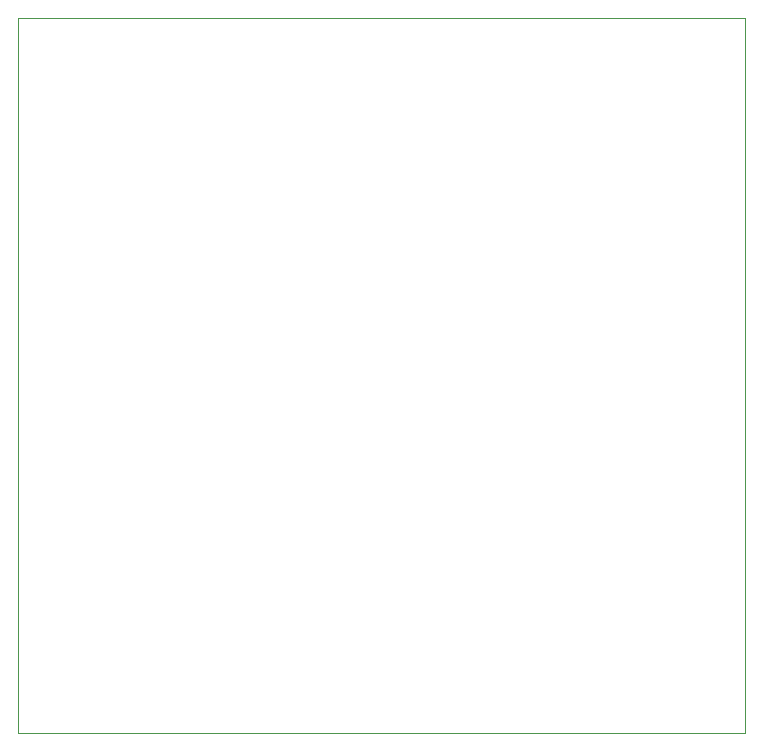
<source format=gbr>
%TF.GenerationSoftware,KiCad,Pcbnew,8.0.5*%
%TF.CreationDate,2024-09-12T11:42:49-05:00*%
%TF.ProjectId,avion,6176696f-6e2e-46b6-9963-61645f706362,rev?*%
%TF.SameCoordinates,Original*%
%TF.FileFunction,Profile,NP*%
%FSLAX46Y46*%
G04 Gerber Fmt 4.6, Leading zero omitted, Abs format (unit mm)*
G04 Created by KiCad (PCBNEW 8.0.5) date 2024-09-12 11:42:49*
%MOMM*%
%LPD*%
G01*
G04 APERTURE LIST*
%TA.AperFunction,Profile*%
%ADD10C,0.050000*%
%TD*%
G04 APERTURE END LIST*
D10*
X174500000Y-58000000D02*
X236000000Y-58000000D01*
X236000000Y-118500000D01*
X174500000Y-118500000D01*
X174500000Y-58000000D01*
M02*

</source>
